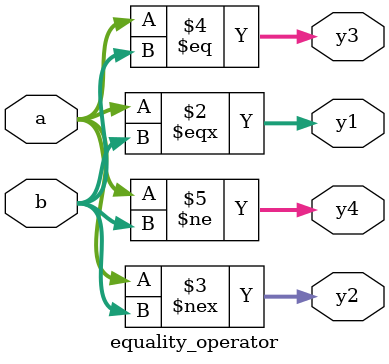
<source format=v>
module equality_operator(input [2:0]a,
                         input [2:0]b,
                         output reg[1:0] y1,
                         output reg[1:0] y2,
                         output reg[1:0] y3,
                         output reg[1:0] y4);
  always @(*)begin
    y1= a===b;
    y2= a!==b;
    y3= a==b;
    y4= a!=b;
  end
endmodule

</source>
